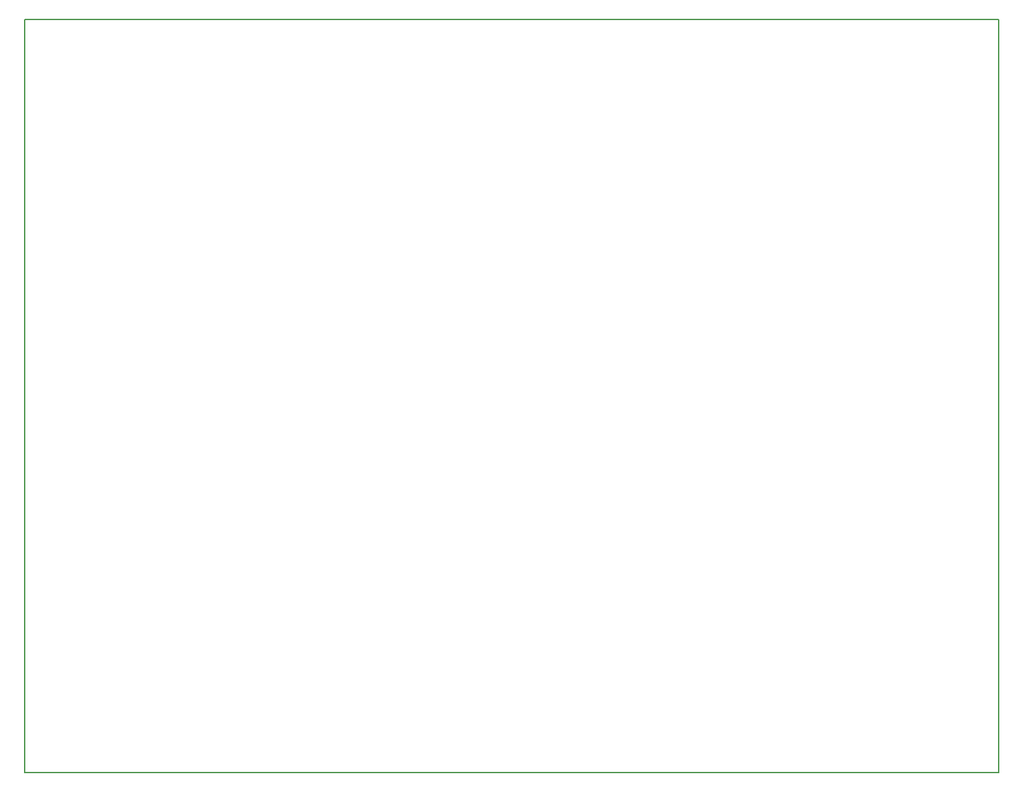
<source format=gm1>
G04 #@! TF.FileFunction,Profile,NP*
%FSLAX46Y46*%
G04 Gerber Fmt 4.6, Leading zero omitted, Abs format (unit mm)*
G04 Created by KiCad (PCBNEW 4.0.5) date 03/08/17 17:48:46*
%MOMM*%
%LPD*%
G01*
G04 APERTURE LIST*
%ADD10C,0.100000*%
%ADD11C,0.150000*%
G04 APERTURE END LIST*
D10*
D11*
X236474000Y-156972000D02*
X236474000Y-155702000D01*
X109474000Y-156972000D02*
X236474000Y-156972000D01*
X109474000Y-156210000D02*
X109474000Y-156972000D01*
X109474000Y-58674000D02*
X109474000Y-156210000D01*
X236474000Y-58674000D02*
X109474000Y-58674000D01*
X236474000Y-155702000D02*
X236474000Y-58674000D01*
M02*

</source>
